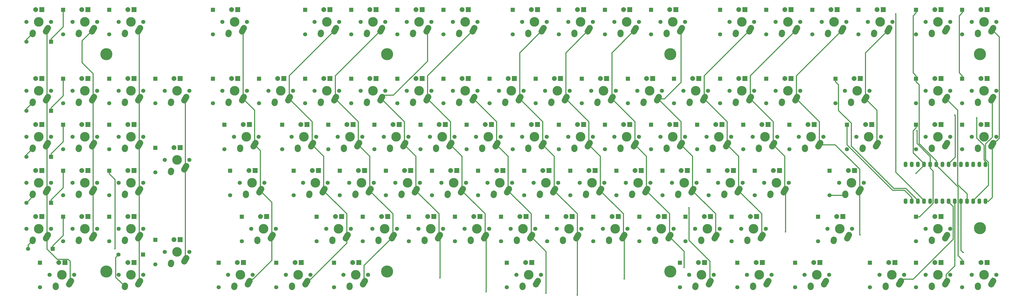
<source format=gbl>
G04 #@! TF.FileFunction,Copper,L2,Bot,Signal*
%FSLAX46Y46*%
G04 Gerber Fmt 4.6, Leading zero omitted, Abs format (unit mm)*
G04 Created by KiCad (PCBNEW 4.0.2-stable) date Monday, June 06, 2016 'PMt' 04:27:19 PM*
%MOMM*%
G01*
G04 APERTURE LIST*
%ADD10C,0.150000*%
%ADD11C,5.000000*%
%ADD12C,1.699260*%
%ADD13R,1.699260X1.699260*%
%ADD14C,3.987810*%
%ADD15C,1.701810*%
%ADD16C,2.500000*%
%ADD17R,2.000000X2.000000*%
%ADD18C,2.000000*%
%ADD19O,1.600000X2.300000*%
%ADD20C,0.609600*%
%ADD21C,0.381000*%
G04 APERTURE END LIST*
D10*
D11*
X299000000Y-132000000D03*
D12*
X286277540Y-119460520D03*
D13*
X286277540Y-109300520D03*
D11*
X427000000Y-42000000D03*
X299000000Y-42000000D03*
X427000000Y-114000000D03*
X182000000Y-132000000D03*
X182000000Y-42000000D03*
D12*
X419627540Y-138510520D03*
D13*
X419627540Y-128350520D03*
D14*
X428625000Y-133350000D03*
D15*
X433705000Y-133350000D03*
X423545000Y-133350000D03*
D16*
X431624547Y-137349954D02*
X432435453Y-135890046D01*
X426085276Y-138429328D02*
X426124724Y-137850672D01*
D17*
X429895000Y-128270000D03*
D18*
X427355000Y-128270000D03*
D12*
X400577540Y-138510520D03*
D13*
X400577540Y-128350520D03*
D14*
X409575000Y-133350000D03*
D15*
X414655000Y-133350000D03*
X404495000Y-133350000D03*
D16*
X412574547Y-137349954D02*
X413385453Y-135890046D01*
X407035276Y-138429328D02*
X407074724Y-137850672D01*
D17*
X410845000Y-128270000D03*
D18*
X408305000Y-128270000D03*
D12*
X381527540Y-138510520D03*
D13*
X381527540Y-128350520D03*
D14*
X390525000Y-133350000D03*
D15*
X395605000Y-133350000D03*
X385445000Y-133350000D03*
D16*
X393524547Y-137349954D02*
X394335453Y-135890046D01*
X387985276Y-138429328D02*
X388024724Y-137850672D01*
D17*
X391795000Y-128270000D03*
D18*
X389255000Y-128270000D03*
D12*
X350571290Y-138510520D03*
D13*
X350571290Y-128350520D03*
D14*
X359568750Y-133350000D03*
D15*
X364648750Y-133350000D03*
X354488750Y-133350000D03*
D16*
X362568297Y-137349954D02*
X363379203Y-135890046D01*
X357029026Y-138429328D02*
X357068474Y-137850672D01*
D17*
X360838750Y-128270000D03*
D18*
X358298750Y-128270000D03*
D12*
X326758790Y-138510520D03*
D13*
X326758790Y-128350520D03*
D14*
X335756250Y-133350000D03*
D15*
X340836250Y-133350000D03*
X330676250Y-133350000D03*
D16*
X338755797Y-137349954D02*
X339566703Y-135890046D01*
X333216526Y-138429328D02*
X333255974Y-137850672D01*
D17*
X337026250Y-128270000D03*
D18*
X334486250Y-128270000D03*
D12*
X303000000Y-138510520D03*
D13*
X303000000Y-128350520D03*
D14*
X311943750Y-133350000D03*
D15*
X317023750Y-133350000D03*
X306863750Y-133350000D03*
D16*
X314943297Y-137349954D02*
X315754203Y-135890046D01*
X309404026Y-138429328D02*
X309443474Y-137850672D01*
D17*
X313213750Y-128270000D03*
D18*
X310673750Y-128270000D03*
D12*
X231508790Y-138510520D03*
D13*
X231508790Y-128350520D03*
D14*
X240506250Y-133350000D03*
D15*
X245586250Y-133350000D03*
X235426250Y-133350000D03*
D16*
X243505797Y-137349954D02*
X244316703Y-135890046D01*
X237966526Y-138429328D02*
X238005974Y-137850672D01*
D17*
X241776250Y-128270000D03*
D18*
X239236250Y-128270000D03*
D12*
X160071290Y-138510520D03*
D13*
X160071290Y-128350520D03*
D14*
X169068750Y-133350000D03*
D15*
X174148750Y-133350000D03*
X163988750Y-133350000D03*
D16*
X172068297Y-137349954D02*
X172879203Y-135890046D01*
X166529026Y-138429328D02*
X166568474Y-137850672D01*
D17*
X170338750Y-128270000D03*
D18*
X167798750Y-128270000D03*
D12*
X136258790Y-138510520D03*
D13*
X136258790Y-128350520D03*
D14*
X145256250Y-133350000D03*
D15*
X150336250Y-133350000D03*
X140176250Y-133350000D03*
D16*
X148255797Y-137349954D02*
X149066703Y-135890046D01*
X142716526Y-138429328D02*
X142755974Y-137850672D01*
D17*
X146526250Y-128270000D03*
D18*
X143986250Y-128270000D03*
D12*
X112446290Y-138510520D03*
D13*
X112446290Y-128350520D03*
D14*
X121443750Y-133350000D03*
D15*
X126523750Y-133350000D03*
X116363750Y-133350000D03*
D16*
X124443297Y-137349954D02*
X125254203Y-135890046D01*
X118904026Y-138429328D02*
X118943474Y-137850672D01*
D17*
X122713750Y-128270000D03*
D18*
X120173750Y-128270000D03*
D12*
X71000000Y-125000000D03*
D13*
X81160000Y-125000000D03*
D14*
X76200000Y-133350000D03*
D15*
X81280000Y-133350000D03*
X71120000Y-133350000D03*
D16*
X79199547Y-137349954D02*
X80010453Y-135890046D01*
X73660276Y-138429328D02*
X73699724Y-137850672D01*
D17*
X77470000Y-128270000D03*
D18*
X74930000Y-128270000D03*
D12*
X38627540Y-138510520D03*
D13*
X38627540Y-128350520D03*
D14*
X47625000Y-133350000D03*
D15*
X52705000Y-133350000D03*
X42545000Y-133350000D03*
D16*
X50624547Y-137349954D02*
X51435453Y-135890046D01*
X45085276Y-138429328D02*
X45124724Y-137850672D01*
D17*
X48895000Y-128270000D03*
D18*
X46355000Y-128270000D03*
D12*
X400577540Y-119460520D03*
D13*
X400577540Y-109300520D03*
D14*
X409575000Y-114300000D03*
D15*
X414655000Y-114300000D03*
X404495000Y-114300000D03*
D16*
X412574547Y-118299954D02*
X413385453Y-116840046D01*
X407035276Y-119379328D02*
X407074724Y-118800672D01*
D17*
X410845000Y-109220000D03*
D18*
X408305000Y-109220000D03*
D12*
X360096290Y-119460520D03*
D13*
X360096290Y-109300520D03*
D14*
X369093750Y-114300000D03*
D15*
X374173750Y-114300000D03*
X364013750Y-114300000D03*
D16*
X372093297Y-118299954D02*
X372904203Y-116840046D01*
X366554026Y-119379328D02*
X366593474Y-118800672D01*
D17*
X370363750Y-109220000D03*
D18*
X367823750Y-109220000D03*
D12*
X324377540Y-119460520D03*
D13*
X324377540Y-109300520D03*
D14*
X333375000Y-114300000D03*
D15*
X338455000Y-114300000D03*
X328295000Y-114300000D03*
D16*
X336374547Y-118299954D02*
X337185453Y-116840046D01*
X330835276Y-119379328D02*
X330874724Y-118800672D01*
D17*
X334645000Y-109220000D03*
D18*
X332105000Y-109220000D03*
D12*
X305327540Y-119460520D03*
D13*
X305327540Y-109300520D03*
D14*
X314325000Y-114300000D03*
D15*
X319405000Y-114300000D03*
X309245000Y-114300000D03*
D16*
X317324547Y-118299954D02*
X318135453Y-116840046D01*
X311785276Y-119379328D02*
X311824724Y-118800672D01*
D17*
X315595000Y-109220000D03*
D18*
X313055000Y-109220000D03*
D14*
X295275000Y-114300000D03*
D15*
X300355000Y-114300000D03*
X290195000Y-114300000D03*
D16*
X298274547Y-118299954D02*
X299085453Y-116840046D01*
X292735276Y-119379328D02*
X292774724Y-118800672D01*
D17*
X296545000Y-109220000D03*
D18*
X294005000Y-109220000D03*
D12*
X267227540Y-119460520D03*
D13*
X267227540Y-109300520D03*
D14*
X276225000Y-114300000D03*
D15*
X281305000Y-114300000D03*
X271145000Y-114300000D03*
D16*
X279224547Y-118299954D02*
X280035453Y-116840046D01*
X273685276Y-119379328D02*
X273724724Y-118800672D01*
D17*
X277495000Y-109220000D03*
D18*
X274955000Y-109220000D03*
D12*
X248177540Y-119460520D03*
D13*
X248177540Y-109300520D03*
D14*
X257175000Y-114300000D03*
D15*
X262255000Y-114300000D03*
X252095000Y-114300000D03*
D16*
X260174547Y-118299954D02*
X260985453Y-116840046D01*
X254635276Y-119379328D02*
X254674724Y-118800672D01*
D17*
X258445000Y-109220000D03*
D18*
X255905000Y-109220000D03*
D12*
X229127540Y-119460520D03*
D13*
X229127540Y-109300520D03*
D14*
X238125000Y-114300000D03*
D15*
X243205000Y-114300000D03*
X233045000Y-114300000D03*
D16*
X241124547Y-118299954D02*
X241935453Y-116840046D01*
X235585276Y-119379328D02*
X235624724Y-118800672D01*
D17*
X239395000Y-109220000D03*
D18*
X236855000Y-109220000D03*
D12*
X210077540Y-119460520D03*
D13*
X210077540Y-109300520D03*
D14*
X219075000Y-114300000D03*
D15*
X224155000Y-114300000D03*
X213995000Y-114300000D03*
D16*
X222074547Y-118299954D02*
X222885453Y-116840046D01*
X216535276Y-119379328D02*
X216574724Y-118800672D01*
D17*
X220345000Y-109220000D03*
D18*
X217805000Y-109220000D03*
D12*
X191027540Y-119460520D03*
D13*
X191027540Y-109300520D03*
D14*
X200025000Y-114300000D03*
D15*
X205105000Y-114300000D03*
X194945000Y-114300000D03*
D16*
X203024547Y-118299954D02*
X203835453Y-116840046D01*
X197485276Y-119379328D02*
X197524724Y-118800672D01*
D17*
X201295000Y-109220000D03*
D18*
X198755000Y-109220000D03*
D12*
X171977540Y-119460520D03*
D13*
X171977540Y-109300520D03*
D14*
X180975000Y-114300000D03*
D15*
X186055000Y-114300000D03*
X175895000Y-114300000D03*
D16*
X183974547Y-118299954D02*
X184785453Y-116840046D01*
X178435276Y-119379328D02*
X178474724Y-118800672D01*
D17*
X182245000Y-109220000D03*
D18*
X179705000Y-109220000D03*
D12*
X152927540Y-119460520D03*
D13*
X152927540Y-109300520D03*
D14*
X161925000Y-114300000D03*
D15*
X167005000Y-114300000D03*
X156845000Y-114300000D03*
D16*
X164924547Y-118299954D02*
X165735453Y-116840046D01*
X159385276Y-119379328D02*
X159424724Y-118800672D01*
D17*
X163195000Y-109220000D03*
D18*
X160655000Y-109220000D03*
D12*
X121971290Y-119460520D03*
D13*
X121971290Y-109300520D03*
D14*
X130968750Y-114300000D03*
D15*
X136048750Y-114300000D03*
X125888750Y-114300000D03*
D16*
X133968297Y-118299954D02*
X134779203Y-116840046D01*
X128429026Y-119379328D02*
X128468474Y-118800672D01*
D17*
X132238750Y-109220000D03*
D18*
X129698750Y-109220000D03*
D12*
X86252540Y-128985520D03*
D13*
X86252540Y-118825520D03*
D14*
X95250000Y-123825000D03*
D15*
X100330000Y-123825000D03*
X90170000Y-123825000D03*
D16*
X98249547Y-127824954D02*
X99060453Y-126365046D01*
X92710276Y-128904328D02*
X92749724Y-128325672D01*
D17*
X96520000Y-118745000D03*
D18*
X93980000Y-118745000D03*
D12*
X67202540Y-119460520D03*
D13*
X67202540Y-109300520D03*
D14*
X76200000Y-114300000D03*
D15*
X81280000Y-114300000D03*
X71120000Y-114300000D03*
D16*
X79199547Y-118299954D02*
X80010453Y-116840046D01*
X73660276Y-119379328D02*
X73699724Y-118800672D01*
D17*
X77470000Y-109220000D03*
D18*
X74930000Y-109220000D03*
D12*
X48152540Y-119460520D03*
D13*
X48152540Y-109300520D03*
D14*
X57150000Y-114300000D03*
D15*
X62230000Y-114300000D03*
X52070000Y-114300000D03*
D16*
X60149547Y-118299954D02*
X60960453Y-116840046D01*
X54610276Y-119379328D02*
X54649724Y-118800672D01*
D17*
X58420000Y-109220000D03*
D18*
X55880000Y-109220000D03*
D12*
X33655000Y-122555000D03*
D13*
X43815000Y-122555000D03*
D14*
X38100000Y-114300000D03*
D15*
X43180000Y-114300000D03*
X33020000Y-114300000D03*
D16*
X41099547Y-118299954D02*
X41910453Y-116840046D01*
X35560276Y-119379328D02*
X35599724Y-118800672D01*
D17*
X39370000Y-109220000D03*
D18*
X36830000Y-109220000D03*
D12*
X364858790Y-100410520D03*
D13*
X364858790Y-90250520D03*
D14*
X373856250Y-95250000D03*
D15*
X378936250Y-95250000D03*
X368776250Y-95250000D03*
D16*
X376855797Y-99249954D02*
X377666703Y-97790046D01*
X371316526Y-100329328D02*
X371355974Y-99750672D01*
D17*
X375126250Y-90170000D03*
D18*
X372586250Y-90170000D03*
D12*
X333902540Y-100410520D03*
D13*
X333902540Y-90250520D03*
D14*
X342900000Y-95250000D03*
D15*
X347980000Y-95250000D03*
X337820000Y-95250000D03*
D16*
X345899547Y-99249954D02*
X346710453Y-97790046D01*
X340360276Y-100329328D02*
X340399724Y-99750672D01*
D17*
X344170000Y-90170000D03*
D18*
X341630000Y-90170000D03*
D12*
X314852540Y-100410520D03*
D13*
X314852540Y-90250520D03*
D14*
X323850000Y-95250000D03*
D15*
X328930000Y-95250000D03*
X318770000Y-95250000D03*
D16*
X326849547Y-99249954D02*
X327660453Y-97790046D01*
X321310276Y-100329328D02*
X321349724Y-99750672D01*
D17*
X325120000Y-90170000D03*
D18*
X322580000Y-90170000D03*
D12*
X295802540Y-100410520D03*
D13*
X295802540Y-90250520D03*
D14*
X304800000Y-95250000D03*
D15*
X309880000Y-95250000D03*
X299720000Y-95250000D03*
D16*
X307799547Y-99249954D02*
X308610453Y-97790046D01*
X302260276Y-100329328D02*
X302299724Y-99750672D01*
D17*
X306070000Y-90170000D03*
D18*
X303530000Y-90170000D03*
D12*
X276752540Y-100410520D03*
D13*
X276752540Y-90250520D03*
D14*
X285750000Y-95250000D03*
D15*
X290830000Y-95250000D03*
X280670000Y-95250000D03*
D16*
X288749547Y-99249954D02*
X289560453Y-97790046D01*
X283210276Y-100329328D02*
X283249724Y-99750672D01*
D17*
X287020000Y-90170000D03*
D18*
X284480000Y-90170000D03*
D12*
X257702540Y-100410520D03*
D13*
X257702540Y-90250520D03*
D14*
X266700000Y-95250000D03*
D15*
X271780000Y-95250000D03*
X261620000Y-95250000D03*
D16*
X269699547Y-99249954D02*
X270510453Y-97790046D01*
X264160276Y-100329328D02*
X264199724Y-99750672D01*
D17*
X267970000Y-90170000D03*
D18*
X265430000Y-90170000D03*
D12*
X238652540Y-100410520D03*
D13*
X238652540Y-90250520D03*
D14*
X247650000Y-95250000D03*
D15*
X252730000Y-95250000D03*
X242570000Y-95250000D03*
D16*
X250649547Y-99249954D02*
X251460453Y-97790046D01*
X245110276Y-100329328D02*
X245149724Y-99750672D01*
D17*
X248920000Y-90170000D03*
D18*
X246380000Y-90170000D03*
D12*
X219602540Y-100410520D03*
D13*
X219602540Y-90250520D03*
D14*
X228600000Y-95250000D03*
D15*
X233680000Y-95250000D03*
X223520000Y-95250000D03*
D16*
X231599547Y-99249954D02*
X232410453Y-97790046D01*
X226060276Y-100329328D02*
X226099724Y-99750672D01*
D17*
X229870000Y-90170000D03*
D18*
X227330000Y-90170000D03*
D12*
X200552540Y-100410520D03*
D13*
X200552540Y-90250520D03*
D14*
X209550000Y-95250000D03*
D15*
X214630000Y-95250000D03*
X204470000Y-95250000D03*
D16*
X212549547Y-99249954D02*
X213360453Y-97790046D01*
X207010276Y-100329328D02*
X207049724Y-99750672D01*
D17*
X210820000Y-90170000D03*
D18*
X208280000Y-90170000D03*
D12*
X181502540Y-100410520D03*
D13*
X181502540Y-90250520D03*
D14*
X190500000Y-95250000D03*
D15*
X195580000Y-95250000D03*
X185420000Y-95250000D03*
D16*
X193499547Y-99249954D02*
X194310453Y-97790046D01*
X187960276Y-100329328D02*
X187999724Y-99750672D01*
D17*
X191770000Y-90170000D03*
D18*
X189230000Y-90170000D03*
D12*
X162452540Y-100410520D03*
D13*
X162452540Y-90250520D03*
D14*
X171450000Y-95250000D03*
D15*
X176530000Y-95250000D03*
X166370000Y-95250000D03*
D16*
X174449547Y-99249954D02*
X175260453Y-97790046D01*
X168910276Y-100329328D02*
X168949724Y-99750672D01*
D17*
X172720000Y-90170000D03*
D18*
X170180000Y-90170000D03*
D12*
X143402540Y-100410520D03*
D13*
X143402540Y-90250520D03*
D14*
X152400000Y-95250000D03*
D15*
X157480000Y-95250000D03*
X147320000Y-95250000D03*
D16*
X155399547Y-99249954D02*
X156210453Y-97790046D01*
X149860276Y-100329328D02*
X149899724Y-99750672D01*
D17*
X153670000Y-90170000D03*
D18*
X151130000Y-90170000D03*
D12*
X117208790Y-100410520D03*
D13*
X117208790Y-90250520D03*
D14*
X126206250Y-95250000D03*
D15*
X131286250Y-95250000D03*
X121126250Y-95250000D03*
D16*
X129205797Y-99249954D02*
X130016703Y-97790046D01*
X123666526Y-100329328D02*
X123705974Y-99750672D01*
D17*
X127476250Y-90170000D03*
D18*
X124936250Y-90170000D03*
D12*
X67202540Y-100410520D03*
D13*
X67202540Y-90250520D03*
D14*
X76200000Y-95250000D03*
D15*
X81280000Y-95250000D03*
X71120000Y-95250000D03*
D16*
X79199547Y-99249954D02*
X80010453Y-97790046D01*
X73660276Y-100329328D02*
X73699724Y-99750672D01*
D17*
X77470000Y-90170000D03*
D18*
X74930000Y-90170000D03*
D12*
X48152540Y-100410520D03*
D13*
X48152540Y-90250520D03*
D14*
X57150000Y-95250000D03*
D15*
X62230000Y-95250000D03*
X52070000Y-95250000D03*
D16*
X60149547Y-99249954D02*
X60960453Y-97790046D01*
X54610276Y-100329328D02*
X54649724Y-99750672D01*
D17*
X58420000Y-90170000D03*
D18*
X55880000Y-90170000D03*
D12*
X33020000Y-103505000D03*
D13*
X43180000Y-103505000D03*
D14*
X38100000Y-95250000D03*
D15*
X43180000Y-95250000D03*
X33020000Y-95250000D03*
D16*
X41099547Y-99249954D02*
X41910453Y-97790046D01*
X35560276Y-100329328D02*
X35599724Y-99750672D01*
D17*
X39370000Y-90170000D03*
D18*
X36830000Y-90170000D03*
D12*
X419627540Y-81360520D03*
D13*
X419627540Y-71200520D03*
D14*
X428625000Y-76200000D03*
D15*
X433705000Y-76200000D03*
X423545000Y-76200000D03*
D16*
X431624547Y-80199954D02*
X432435453Y-78740046D01*
X426085276Y-81279328D02*
X426124724Y-80700672D01*
D17*
X429895000Y-71120000D03*
D18*
X427355000Y-71120000D03*
D12*
X400577540Y-81360520D03*
D13*
X400577540Y-71200520D03*
D14*
X409575000Y-76200000D03*
D15*
X414655000Y-76200000D03*
X404495000Y-76200000D03*
D16*
X412574547Y-80199954D02*
X413385453Y-78740046D01*
X407035276Y-81279328D02*
X407074724Y-80700672D01*
D17*
X410845000Y-71120000D03*
D18*
X408305000Y-71120000D03*
D12*
X372002540Y-81360520D03*
D13*
X372002540Y-71200520D03*
D14*
X381000000Y-76200000D03*
D15*
X386080000Y-76200000D03*
X375920000Y-76200000D03*
D16*
X383999547Y-80199954D02*
X384810453Y-78740046D01*
X378460276Y-81279328D02*
X378499724Y-80700672D01*
D17*
X382270000Y-71120000D03*
D18*
X379730000Y-71120000D03*
D12*
X348190040Y-81360520D03*
D13*
X348190040Y-71200520D03*
D14*
X357187500Y-76200000D03*
D15*
X362267500Y-76200000D03*
X352107500Y-76200000D03*
D16*
X360187047Y-80199954D02*
X360997953Y-78740046D01*
X354647776Y-81279328D02*
X354687224Y-80700672D01*
D17*
X358457500Y-71120000D03*
D18*
X355917500Y-71120000D03*
D12*
X329140040Y-81360520D03*
D13*
X329140040Y-71200520D03*
D14*
X338137500Y-76200000D03*
D15*
X343217500Y-76200000D03*
X333057500Y-76200000D03*
D16*
X341137047Y-80199954D02*
X341947953Y-78740046D01*
X335597776Y-81279328D02*
X335637224Y-80700672D01*
D17*
X339407500Y-71120000D03*
D18*
X336867500Y-71120000D03*
D12*
X310090040Y-81360520D03*
D13*
X310090040Y-71200520D03*
D14*
X319087500Y-76200000D03*
D15*
X324167500Y-76200000D03*
X314007500Y-76200000D03*
D16*
X322087047Y-80199954D02*
X322897953Y-78740046D01*
X316547776Y-81279328D02*
X316587224Y-80700672D01*
D17*
X320357500Y-71120000D03*
D18*
X317817500Y-71120000D03*
D12*
X291040040Y-81360520D03*
D13*
X291040040Y-71200520D03*
D14*
X300037500Y-76200000D03*
D15*
X305117500Y-76200000D03*
X294957500Y-76200000D03*
D16*
X303037047Y-80199954D02*
X303847953Y-78740046D01*
X297497776Y-81279328D02*
X297537224Y-80700672D01*
D17*
X301307500Y-71120000D03*
D18*
X298767500Y-71120000D03*
D12*
X271990040Y-81360520D03*
D13*
X271990040Y-71200520D03*
D14*
X280987500Y-76200000D03*
D15*
X286067500Y-76200000D03*
X275907500Y-76200000D03*
D16*
X283987047Y-80199954D02*
X284797953Y-78740046D01*
X278447776Y-81279328D02*
X278487224Y-80700672D01*
D17*
X282257500Y-71120000D03*
D18*
X279717500Y-71120000D03*
D12*
X252940040Y-81360520D03*
D13*
X252940040Y-71200520D03*
D14*
X261937500Y-76200000D03*
D15*
X267017500Y-76200000D03*
X256857500Y-76200000D03*
D16*
X264937047Y-80199954D02*
X265747953Y-78740046D01*
X259397776Y-81279328D02*
X259437224Y-80700672D01*
D17*
X263207500Y-71120000D03*
D18*
X260667500Y-71120000D03*
D12*
X233890040Y-81360520D03*
D13*
X233890040Y-71200520D03*
D14*
X242887500Y-76200000D03*
D15*
X247967500Y-76200000D03*
X237807500Y-76200000D03*
D16*
X245887047Y-80199954D02*
X246697953Y-78740046D01*
X240347776Y-81279328D02*
X240387224Y-80700672D01*
D17*
X244157500Y-71120000D03*
D18*
X241617500Y-71120000D03*
D12*
X214840040Y-81360520D03*
D13*
X214840040Y-71200520D03*
D14*
X223837500Y-76200000D03*
D15*
X228917500Y-76200000D03*
X218757500Y-76200000D03*
D16*
X226837047Y-80199954D02*
X227647953Y-78740046D01*
X221297776Y-81279328D02*
X221337224Y-80700672D01*
D17*
X225107500Y-71120000D03*
D18*
X222567500Y-71120000D03*
D12*
X195790040Y-81360520D03*
D13*
X195790040Y-71200520D03*
D14*
X204787500Y-76200000D03*
D15*
X209867500Y-76200000D03*
X199707500Y-76200000D03*
D16*
X207787047Y-80199954D02*
X208597953Y-78740046D01*
X202247776Y-81279328D02*
X202287224Y-80700672D01*
D17*
X206057500Y-71120000D03*
D18*
X203517500Y-71120000D03*
D12*
X176740040Y-81360520D03*
D13*
X176740040Y-71200520D03*
D14*
X185737500Y-76200000D03*
D15*
X190817500Y-76200000D03*
X180657500Y-76200000D03*
D16*
X188737047Y-80199954D02*
X189547953Y-78740046D01*
X183197776Y-81279328D02*
X183237224Y-80700672D01*
D17*
X187007500Y-71120000D03*
D18*
X184467500Y-71120000D03*
D12*
X157690040Y-81360520D03*
D13*
X157690040Y-71200520D03*
D14*
X166687500Y-76200000D03*
D15*
X171767500Y-76200000D03*
X161607500Y-76200000D03*
D16*
X169687047Y-80199954D02*
X170497953Y-78740046D01*
X164147776Y-81279328D02*
X164187224Y-80700672D01*
D17*
X167957500Y-71120000D03*
D18*
X165417500Y-71120000D03*
D12*
X138640040Y-81360520D03*
D13*
X138640040Y-71200520D03*
D14*
X147637500Y-76200000D03*
D15*
X152717500Y-76200000D03*
X142557500Y-76200000D03*
D16*
X150637047Y-80199954D02*
X151447953Y-78740046D01*
X145097776Y-81279328D02*
X145137224Y-80700672D01*
D17*
X148907500Y-71120000D03*
D18*
X146367500Y-71120000D03*
D12*
X114827540Y-81360520D03*
D13*
X114827540Y-71200520D03*
D14*
X123825000Y-76200000D03*
D15*
X128905000Y-76200000D03*
X118745000Y-76200000D03*
D16*
X126824547Y-80199954D02*
X127635453Y-78740046D01*
X121285276Y-81279328D02*
X121324724Y-80700672D01*
D17*
X125095000Y-71120000D03*
D18*
X122555000Y-71120000D03*
D12*
X86252540Y-90885520D03*
D13*
X86252540Y-80725520D03*
D14*
X95250000Y-85725000D03*
D15*
X100330000Y-85725000D03*
X90170000Y-85725000D03*
D16*
X98249547Y-89724954D02*
X99060453Y-88265046D01*
X92710276Y-90804328D02*
X92749724Y-90225672D01*
D17*
X96520000Y-80645000D03*
D18*
X93980000Y-80645000D03*
D12*
X67202540Y-81360520D03*
D13*
X67202540Y-71200520D03*
D14*
X76200000Y-76200000D03*
D15*
X81280000Y-76200000D03*
X71120000Y-76200000D03*
D16*
X79199547Y-80199954D02*
X80010453Y-78740046D01*
X73660276Y-81279328D02*
X73699724Y-80700672D01*
D17*
X77470000Y-71120000D03*
D18*
X74930000Y-71120000D03*
D12*
X48152540Y-81360520D03*
D13*
X48152540Y-71200520D03*
D14*
X57150000Y-76200000D03*
D15*
X62230000Y-76200000D03*
X52070000Y-76200000D03*
D16*
X60149547Y-80199954D02*
X60960453Y-78740046D01*
X54610276Y-81279328D02*
X54649724Y-80700672D01*
D17*
X58420000Y-71120000D03*
D18*
X55880000Y-71120000D03*
D12*
X33020000Y-84455000D03*
D13*
X43180000Y-84455000D03*
D14*
X38100000Y-76200000D03*
D15*
X43180000Y-76200000D03*
X33020000Y-76200000D03*
D16*
X41099547Y-80199954D02*
X41910453Y-78740046D01*
X35560276Y-81279328D02*
X35599724Y-80700672D01*
D17*
X39370000Y-71120000D03*
D18*
X36830000Y-71120000D03*
D12*
X419627540Y-62310520D03*
D13*
X419627540Y-52150520D03*
D14*
X428625000Y-57150000D03*
D15*
X433705000Y-57150000D03*
X423545000Y-57150000D03*
D16*
X431624547Y-61149954D02*
X432435453Y-59690046D01*
X426085276Y-62229328D02*
X426124724Y-61650672D01*
D17*
X429895000Y-52070000D03*
D18*
X427355000Y-52070000D03*
D12*
X400577540Y-62310520D03*
D13*
X400577540Y-52150520D03*
D14*
X409575000Y-57150000D03*
D15*
X414655000Y-57150000D03*
X404495000Y-57150000D03*
D16*
X412574547Y-61149954D02*
X413385453Y-59690046D01*
X407035276Y-62229328D02*
X407074724Y-61650672D01*
D17*
X410845000Y-52070000D03*
D18*
X408305000Y-52070000D03*
D12*
X367240040Y-62310520D03*
D13*
X367240040Y-52150520D03*
D14*
X376237500Y-57150000D03*
D15*
X381317500Y-57150000D03*
X371157500Y-57150000D03*
D16*
X379237047Y-61149954D02*
X380047953Y-59690046D01*
X373697776Y-62229328D02*
X373737224Y-61650672D01*
D17*
X377507500Y-52070000D03*
D18*
X374967500Y-52070000D03*
D12*
X338665040Y-62310520D03*
D13*
X338665040Y-52150520D03*
D14*
X347662500Y-57150000D03*
D15*
X352742500Y-57150000D03*
X342582500Y-57150000D03*
D16*
X350662047Y-61149954D02*
X351472953Y-59690046D01*
X345122776Y-62229328D02*
X345162224Y-61650672D01*
D17*
X348932500Y-52070000D03*
D18*
X346392500Y-52070000D03*
D12*
X319615040Y-62310520D03*
D13*
X319615040Y-52150520D03*
D14*
X328612500Y-57150000D03*
D15*
X333692500Y-57150000D03*
X323532500Y-57150000D03*
D16*
X331612047Y-61149954D02*
X332422953Y-59690046D01*
X326072776Y-62229328D02*
X326112224Y-61650672D01*
D17*
X329882500Y-52070000D03*
D18*
X327342500Y-52070000D03*
D12*
X300565040Y-62310520D03*
D13*
X300565040Y-52150520D03*
D14*
X309562500Y-57150000D03*
D15*
X314642500Y-57150000D03*
X304482500Y-57150000D03*
D16*
X312562047Y-61149954D02*
X313372953Y-59690046D01*
X307022776Y-62229328D02*
X307062224Y-61650672D01*
D17*
X310832500Y-52070000D03*
D18*
X308292500Y-52070000D03*
D12*
X281515040Y-62310520D03*
D13*
X281515040Y-52150520D03*
D14*
X290512500Y-57150000D03*
D15*
X295592500Y-57150000D03*
X285432500Y-57150000D03*
D16*
X293512047Y-61149954D02*
X294322953Y-59690046D01*
X287972776Y-62229328D02*
X288012224Y-61650672D01*
D17*
X291782500Y-52070000D03*
D18*
X289242500Y-52070000D03*
D12*
X262465040Y-62310520D03*
D13*
X262465040Y-52150520D03*
D14*
X271462500Y-57150000D03*
D15*
X276542500Y-57150000D03*
X266382500Y-57150000D03*
D16*
X274462047Y-61149954D02*
X275272953Y-59690046D01*
X268922776Y-62229328D02*
X268962224Y-61650672D01*
D17*
X272732500Y-52070000D03*
D18*
X270192500Y-52070000D03*
D12*
X243415040Y-62310520D03*
D13*
X243415040Y-52150520D03*
D14*
X252412500Y-57150000D03*
D15*
X257492500Y-57150000D03*
X247332500Y-57150000D03*
D16*
X255412047Y-61149954D02*
X256222953Y-59690046D01*
X249872776Y-62229328D02*
X249912224Y-61650672D01*
D17*
X253682500Y-52070000D03*
D18*
X251142500Y-52070000D03*
D12*
X224365040Y-62310520D03*
D13*
X224365040Y-52150520D03*
D14*
X233362500Y-57150000D03*
D15*
X238442500Y-57150000D03*
X228282500Y-57150000D03*
D16*
X236362047Y-61149954D02*
X237172953Y-59690046D01*
X230822776Y-62229328D02*
X230862224Y-61650672D01*
D17*
X234632500Y-52070000D03*
D18*
X232092500Y-52070000D03*
D12*
X205315040Y-62310520D03*
D13*
X205315040Y-52150520D03*
D14*
X214312500Y-57150000D03*
D15*
X219392500Y-57150000D03*
X209232500Y-57150000D03*
D16*
X217312047Y-61149954D02*
X218122953Y-59690046D01*
X211772776Y-62229328D02*
X211812224Y-61650672D01*
D17*
X215582500Y-52070000D03*
D18*
X213042500Y-52070000D03*
D12*
X186265040Y-62310520D03*
D13*
X186265040Y-52150520D03*
D14*
X195262500Y-57150000D03*
D15*
X200342500Y-57150000D03*
X190182500Y-57150000D03*
D16*
X198262047Y-61149954D02*
X199072953Y-59690046D01*
X192722776Y-62229328D02*
X192762224Y-61650672D01*
D17*
X196532500Y-52070000D03*
D18*
X193992500Y-52070000D03*
D12*
X167215040Y-62310520D03*
D13*
X167215040Y-52150520D03*
D14*
X176212500Y-57150000D03*
D15*
X181292500Y-57150000D03*
X171132500Y-57150000D03*
D16*
X179212047Y-61149954D02*
X180022953Y-59690046D01*
X173672776Y-62229328D02*
X173712224Y-61650672D01*
D17*
X177482500Y-52070000D03*
D18*
X174942500Y-52070000D03*
D12*
X148165040Y-62310520D03*
D13*
X148165040Y-52150520D03*
D14*
X157162500Y-57150000D03*
D15*
X162242500Y-57150000D03*
X152082500Y-57150000D03*
D16*
X160162047Y-61149954D02*
X160972953Y-59690046D01*
X154622776Y-62229328D02*
X154662224Y-61650672D01*
D17*
X158432500Y-52070000D03*
D18*
X155892500Y-52070000D03*
D12*
X129115040Y-62310520D03*
D13*
X129115040Y-52150520D03*
D14*
X138112500Y-57150000D03*
D15*
X143192500Y-57150000D03*
X133032500Y-57150000D03*
D16*
X141112047Y-61149954D02*
X141922953Y-59690046D01*
X135572776Y-62229328D02*
X135612224Y-61650672D01*
D17*
X139382500Y-52070000D03*
D18*
X136842500Y-52070000D03*
D12*
X110065040Y-62310520D03*
D13*
X110065040Y-52150520D03*
D14*
X119062500Y-57150000D03*
D15*
X124142500Y-57150000D03*
X113982500Y-57150000D03*
D16*
X122062047Y-61149954D02*
X122872953Y-59690046D01*
X116522776Y-62229328D02*
X116562224Y-61650672D01*
D17*
X120332500Y-52070000D03*
D18*
X117792500Y-52070000D03*
D12*
X86252540Y-62310520D03*
D13*
X86252540Y-52150520D03*
D14*
X95250000Y-57150000D03*
D15*
X100330000Y-57150000D03*
X90170000Y-57150000D03*
D16*
X98249547Y-61149954D02*
X99060453Y-59690046D01*
X92710276Y-62229328D02*
X92749724Y-61650672D01*
D17*
X96520000Y-52070000D03*
D18*
X93980000Y-52070000D03*
D12*
X67202540Y-62310520D03*
D13*
X67202540Y-52150520D03*
D14*
X76200000Y-57150000D03*
D15*
X81280000Y-57150000D03*
X71120000Y-57150000D03*
D16*
X79199547Y-61149954D02*
X80010453Y-59690046D01*
X73660276Y-62229328D02*
X73699724Y-61650672D01*
D17*
X77470000Y-52070000D03*
D18*
X74930000Y-52070000D03*
D12*
X48152540Y-62310520D03*
D13*
X48152540Y-52150520D03*
D14*
X57150000Y-57150000D03*
D15*
X62230000Y-57150000D03*
X52070000Y-57150000D03*
D16*
X60149547Y-61149954D02*
X60960453Y-59690046D01*
X54610276Y-62229328D02*
X54649724Y-61650672D01*
D17*
X58420000Y-52070000D03*
D18*
X55880000Y-52070000D03*
D12*
X33020000Y-65405000D03*
D13*
X43180000Y-65405000D03*
D14*
X38100000Y-57150000D03*
D15*
X43180000Y-57150000D03*
X33020000Y-57150000D03*
D16*
X41099547Y-61149954D02*
X41910453Y-59690046D01*
X35560276Y-62229328D02*
X35599724Y-61650672D01*
D17*
X39370000Y-52070000D03*
D18*
X36830000Y-52070000D03*
D12*
X419627540Y-33735520D03*
D13*
X419627540Y-23575520D03*
D14*
X428625000Y-28575000D03*
D15*
X433705000Y-28575000D03*
X423545000Y-28575000D03*
D16*
X431624547Y-32574954D02*
X432435453Y-31115046D01*
X426085276Y-33654328D02*
X426124724Y-33075672D01*
D17*
X429895000Y-23495000D03*
D18*
X427355000Y-23495000D03*
D12*
X400577540Y-33735520D03*
D13*
X400577540Y-23575520D03*
D14*
X409575000Y-28575000D03*
D15*
X414655000Y-28575000D03*
X404495000Y-28575000D03*
D16*
X412574547Y-32574954D02*
X413385453Y-31115046D01*
X407035276Y-33654328D02*
X407074724Y-33075672D01*
D17*
X410845000Y-23495000D03*
D18*
X408305000Y-23495000D03*
D12*
X376765040Y-33735520D03*
D13*
X376765040Y-23575520D03*
D14*
X385762500Y-28575000D03*
D15*
X390842500Y-28575000D03*
X380682500Y-28575000D03*
D16*
X388762047Y-32574954D02*
X389572953Y-31115046D01*
X383222776Y-33654328D02*
X383262224Y-33075672D01*
D17*
X387032500Y-23495000D03*
D18*
X384492500Y-23495000D03*
D12*
X357715040Y-33735520D03*
D13*
X357715040Y-23575520D03*
D14*
X366712500Y-28575000D03*
D15*
X371792500Y-28575000D03*
X361632500Y-28575000D03*
D16*
X369712047Y-32574954D02*
X370522953Y-31115046D01*
X364172776Y-33654328D02*
X364212224Y-33075672D01*
D17*
X367982500Y-23495000D03*
D18*
X365442500Y-23495000D03*
D12*
X338665040Y-33735520D03*
D13*
X338665040Y-23575520D03*
D14*
X347662500Y-28575000D03*
D15*
X352742500Y-28575000D03*
X342582500Y-28575000D03*
D16*
X350662047Y-32574954D02*
X351472953Y-31115046D01*
X345122776Y-33654328D02*
X345162224Y-33075672D01*
D17*
X348932500Y-23495000D03*
D18*
X346392500Y-23495000D03*
D12*
X319615040Y-33735520D03*
D13*
X319615040Y-23575520D03*
D14*
X328612500Y-28575000D03*
D15*
X333692500Y-28575000D03*
X323532500Y-28575000D03*
D16*
X331612047Y-32574954D02*
X332422953Y-31115046D01*
X326072776Y-33654328D02*
X326112224Y-33075672D01*
D17*
X329882500Y-23495000D03*
D18*
X327342500Y-23495000D03*
D12*
X291040040Y-33735520D03*
D13*
X291040040Y-23575520D03*
D14*
X300037500Y-28575000D03*
D15*
X305117500Y-28575000D03*
X294957500Y-28575000D03*
D16*
X303037047Y-32574954D02*
X303847953Y-31115046D01*
X297497776Y-33654328D02*
X297537224Y-33075672D01*
D17*
X301307500Y-23495000D03*
D18*
X298767500Y-23495000D03*
D12*
X271990040Y-33735520D03*
D13*
X271990040Y-23575520D03*
D14*
X280987500Y-28575000D03*
D15*
X286067500Y-28575000D03*
X275907500Y-28575000D03*
D16*
X283987047Y-32574954D02*
X284797953Y-31115046D01*
X278447776Y-33654328D02*
X278487224Y-33075672D01*
D17*
X282257500Y-23495000D03*
D18*
X279717500Y-23495000D03*
D12*
X252940040Y-33735520D03*
D13*
X252940040Y-23575520D03*
D14*
X261937500Y-28575000D03*
D15*
X267017500Y-28575000D03*
X256857500Y-28575000D03*
D16*
X264937047Y-32574954D02*
X265747953Y-31115046D01*
X259397776Y-33654328D02*
X259437224Y-33075672D01*
D17*
X263207500Y-23495000D03*
D18*
X260667500Y-23495000D03*
D12*
X233890040Y-33735520D03*
D13*
X233890040Y-23575520D03*
D14*
X242887500Y-28575000D03*
D15*
X247967500Y-28575000D03*
X237807500Y-28575000D03*
D16*
X245887047Y-32574954D02*
X246697953Y-31115046D01*
X240347776Y-33654328D02*
X240387224Y-33075672D01*
D17*
X244157500Y-23495000D03*
D18*
X241617500Y-23495000D03*
D12*
X205315040Y-33735520D03*
D13*
X205315040Y-23575520D03*
D14*
X214312500Y-28575000D03*
D15*
X219392500Y-28575000D03*
X209232500Y-28575000D03*
D16*
X217312047Y-32574954D02*
X218122953Y-31115046D01*
X211772776Y-33654328D02*
X211812224Y-33075672D01*
D17*
X215582500Y-23495000D03*
D18*
X213042500Y-23495000D03*
D12*
X186265040Y-33735520D03*
D13*
X186265040Y-23575520D03*
D14*
X195262500Y-28575000D03*
D15*
X200342500Y-28575000D03*
X190182500Y-28575000D03*
D16*
X198262047Y-32574954D02*
X199072953Y-31115046D01*
X192722776Y-33654328D02*
X192762224Y-33075672D01*
D17*
X196532500Y-23495000D03*
D18*
X193992500Y-23495000D03*
D12*
X167215040Y-33735520D03*
D13*
X167215040Y-23575520D03*
D14*
X176212500Y-28575000D03*
D15*
X181292500Y-28575000D03*
X171132500Y-28575000D03*
D16*
X179212047Y-32574954D02*
X180022953Y-31115046D01*
X173672776Y-33654328D02*
X173712224Y-33075672D01*
D17*
X177482500Y-23495000D03*
D18*
X174942500Y-23495000D03*
D12*
X148165040Y-33735520D03*
D13*
X148165040Y-23575520D03*
D14*
X157162500Y-28575000D03*
D15*
X162242500Y-28575000D03*
X152082500Y-28575000D03*
D16*
X160162047Y-32574954D02*
X160972953Y-31115046D01*
X154622776Y-33654328D02*
X154662224Y-33075672D01*
D17*
X158432500Y-23495000D03*
D18*
X155892500Y-23495000D03*
D12*
X110065040Y-33735520D03*
D13*
X110065040Y-23575520D03*
D14*
X119062500Y-28575000D03*
D15*
X124142500Y-28575000D03*
X113982500Y-28575000D03*
D16*
X122062047Y-32574954D02*
X122872953Y-31115046D01*
X116522776Y-33654328D02*
X116562224Y-33075672D01*
D17*
X120332500Y-23495000D03*
D18*
X117792500Y-23495000D03*
D12*
X67202540Y-33735520D03*
D13*
X67202540Y-23575520D03*
D14*
X76200000Y-28575000D03*
D15*
X81280000Y-28575000D03*
X71120000Y-28575000D03*
D16*
X79199547Y-32574954D02*
X80010453Y-31115046D01*
X73660276Y-33654328D02*
X73699724Y-33075672D01*
D17*
X77470000Y-23495000D03*
D18*
X74930000Y-23495000D03*
D12*
X48152540Y-33735520D03*
D13*
X48152540Y-23575520D03*
D14*
X57150000Y-28575000D03*
D15*
X62230000Y-28575000D03*
X52070000Y-28575000D03*
D16*
X60149547Y-32574954D02*
X60960453Y-31115046D01*
X54610276Y-33654328D02*
X54649724Y-33075672D01*
D17*
X58420000Y-23495000D03*
D18*
X55880000Y-23495000D03*
D12*
X33020000Y-36830000D03*
D13*
X43180000Y-36830000D03*
D14*
X38100000Y-28575000D03*
D15*
X43180000Y-28575000D03*
X33020000Y-28575000D03*
D16*
X41099547Y-32574954D02*
X41910453Y-31115046D01*
X35560276Y-33654328D02*
X35599724Y-33075672D01*
D17*
X39370000Y-23495000D03*
D18*
X36830000Y-23495000D03*
D19*
X396240000Y-102870000D03*
X398780000Y-102870000D03*
X401320000Y-102870000D03*
X403860000Y-102870000D03*
X406400000Y-102870000D03*
X408940000Y-102870000D03*
X411480000Y-102870000D03*
X414020000Y-102870000D03*
X416560000Y-102870000D03*
X419100000Y-102870000D03*
X421640000Y-102870000D03*
X424180000Y-102870000D03*
X426720000Y-102870000D03*
X429260000Y-102870000D03*
X429260000Y-87630000D03*
X426720000Y-87630000D03*
X424180000Y-87630000D03*
X421640000Y-87630000D03*
X419100000Y-87630000D03*
X416560000Y-87630000D03*
X414020000Y-87630000D03*
X411480000Y-87630000D03*
X408940000Y-87630000D03*
X406400000Y-87630000D03*
X403860000Y-87630000D03*
X401320000Y-87630000D03*
X398780000Y-87630000D03*
X396240000Y-87630000D03*
D11*
X66000000Y-132000000D03*
X66000000Y-42000000D03*
D20*
X392176000Y-25273000D03*
X400558000Y-91313000D03*
X69596000Y-122555000D03*
X400939000Y-73660000D03*
X306705000Y-105537000D03*
X222885000Y-140335000D03*
X247650000Y-140970000D03*
X187452000Y-68254500D03*
X425577000Y-68326000D03*
X203835000Y-134620000D03*
X377444000Y-116840000D03*
X260604000Y-141732000D03*
X280000000Y-135000000D03*
X304673000Y-130302000D03*
X420000000Y-124079000D03*
X346583000Y-115570000D03*
X416560000Y-67183000D03*
D21*
X35580000Y-33365000D02*
X33020000Y-35925000D01*
X33020000Y-35925000D02*
X33020000Y-36830000D01*
X403860000Y-102870000D02*
X403860000Y-102520000D01*
X403860000Y-102520000D02*
X392176000Y-90836000D01*
X392176000Y-90836000D02*
X392176000Y-25273000D01*
X43180000Y-36830000D02*
X43180000Y-35599370D01*
X43180000Y-35599370D02*
X48152540Y-30626830D01*
X48152540Y-30626830D02*
X48152540Y-24806150D01*
X48152540Y-24806150D02*
X48152540Y-23575520D01*
X408940000Y-87630000D02*
X408940000Y-87980000D01*
X408940000Y-87980000D02*
X417906290Y-96946290D01*
X417906290Y-96946290D02*
X417906290Y-125398640D01*
X417906290Y-125398640D02*
X419627540Y-127119890D01*
X419627540Y-127119890D02*
X419627540Y-128350520D01*
X408940000Y-87630000D02*
X408940000Y-86099000D01*
X408940000Y-86099000D02*
X401820871Y-78979871D01*
X401820871Y-78979871D02*
X401820871Y-54624481D01*
X401820871Y-54624481D02*
X400577540Y-53381150D01*
X400577540Y-53381150D02*
X400577540Y-52150520D01*
X419627540Y-52150520D02*
X419627540Y-50919890D01*
X419627540Y-50919890D02*
X418384209Y-49676559D01*
X418384209Y-49676559D02*
X418384209Y-26049481D01*
X418384209Y-26049481D02*
X419627540Y-24806150D01*
X419627540Y-24806150D02*
X419627540Y-23575520D01*
X400577540Y-52150520D02*
X400577540Y-50919890D01*
X400577540Y-50919890D02*
X399334209Y-49676559D01*
X399334209Y-49676559D02*
X399334209Y-26049481D01*
X399334209Y-26049481D02*
X400577540Y-24806150D01*
X400577540Y-24806150D02*
X400577540Y-23575520D01*
X35580000Y-61940000D02*
X33020000Y-64500000D01*
X33020000Y-64500000D02*
X33020000Y-65405000D01*
X367240040Y-52150520D02*
X367240040Y-53381150D01*
X367240040Y-53381150D02*
X368483371Y-54624481D01*
X368483371Y-54624481D02*
X368483371Y-65273429D01*
X368483371Y-65273429D02*
X373761000Y-70551058D01*
X373761000Y-70551058D02*
X373761000Y-80010000D01*
X373761000Y-80010000D02*
X391287000Y-97536000D01*
X391287000Y-97536000D02*
X396336000Y-97536000D01*
X396336000Y-97536000D02*
X401320000Y-102520000D01*
X401320000Y-102520000D02*
X401320000Y-102870000D01*
X43180000Y-65405000D02*
X43180000Y-64174370D01*
X43180000Y-64174370D02*
X48152540Y-59201830D01*
X48152540Y-59201830D02*
X48152540Y-53381150D01*
X48152540Y-53381150D02*
X48152540Y-52150520D01*
X35580000Y-80990000D02*
X33020000Y-83550000D01*
X33020000Y-83550000D02*
X33020000Y-84455000D01*
X43180000Y-84455000D02*
X43180000Y-83224370D01*
X43180000Y-83224370D02*
X48152540Y-78251830D01*
X48152540Y-78251830D02*
X48152540Y-72431150D01*
X48152540Y-72431150D02*
X48152540Y-71200520D01*
X390780151Y-98298000D02*
X372002540Y-79520389D01*
X398780000Y-102870000D02*
X398780000Y-101339000D01*
X398780000Y-101339000D02*
X395739000Y-98298000D01*
X395739000Y-98298000D02*
X390780151Y-98298000D01*
X372002540Y-79520389D02*
X372002540Y-72431150D01*
X372002540Y-72431150D02*
X372002540Y-71200520D01*
X403860000Y-87630000D02*
X403860000Y-87980000D01*
X403860000Y-87980000D02*
X400558000Y-91282000D01*
X400558000Y-91282000D02*
X400558000Y-91313000D01*
X400577540Y-71200520D02*
X400577540Y-72431150D01*
X400577540Y-72431150D02*
X399334209Y-73674481D01*
X399334209Y-73674481D02*
X399334209Y-82754209D01*
X399334209Y-82754209D02*
X403860000Y-87280000D01*
X403860000Y-87280000D02*
X403860000Y-87630000D01*
X67202540Y-90250520D02*
X67202540Y-91481150D01*
X67202540Y-91481150D02*
X69596000Y-93874610D01*
X69596000Y-93874610D02*
X69596000Y-122555000D01*
X43180000Y-103505000D02*
X43180000Y-102274370D01*
X43180000Y-102274370D02*
X48152540Y-97301830D01*
X48152540Y-91481150D02*
X48152540Y-90250520D01*
X48152540Y-97301830D02*
X48152540Y-91481150D01*
X406400000Y-87630000D02*
X406400000Y-84385196D01*
X406400000Y-84385196D02*
X400939000Y-78924196D01*
X400939000Y-78924196D02*
X400939000Y-73660000D01*
X406400000Y-87630000D02*
X406400000Y-89161000D01*
X406400000Y-89161000D02*
X407593710Y-90354710D01*
X407593710Y-90354710D02*
X407593710Y-103714450D01*
X407593710Y-103714450D02*
X402007640Y-109300520D01*
X402007640Y-109300520D02*
X401808170Y-109300520D01*
X401808170Y-109300520D02*
X400577540Y-109300520D01*
X43815000Y-122555000D02*
X43815000Y-121324370D01*
X43815000Y-121324370D02*
X48152540Y-116986830D01*
X48152540Y-116986830D02*
X48152540Y-110531150D01*
X48152540Y-110531150D02*
X48152540Y-109300520D01*
X33020000Y-103505000D02*
X35580000Y-100945000D01*
X35580000Y-100945000D02*
X35580000Y-100040000D01*
X364858790Y-100410520D02*
X370965730Y-100410520D01*
X370965730Y-100410520D02*
X371336250Y-100040000D01*
X35580000Y-119090000D02*
X33655000Y-121015000D01*
X33655000Y-121015000D02*
X33655000Y-122555000D01*
X71000000Y-125000000D02*
X69875394Y-126124606D01*
X69875394Y-126124606D02*
X69875394Y-134335394D01*
X69875394Y-134335394D02*
X72605468Y-137065468D01*
X72605468Y-137065468D02*
X73680000Y-138140000D01*
X411480000Y-87630000D02*
X411480000Y-87280000D01*
X41505000Y-117570000D02*
X41505000Y-122652922D01*
X51030000Y-127696338D02*
X51030000Y-134610822D01*
X41505000Y-122652922D02*
X45728377Y-126876299D01*
X45728377Y-126876299D02*
X50209961Y-126876299D01*
X50209961Y-126876299D02*
X51030000Y-127696338D01*
X51030000Y-134610822D02*
X51030000Y-136620000D01*
X41505000Y-31845000D02*
X41505000Y-60420000D01*
X41505000Y-98520000D02*
X41505000Y-114467018D01*
X41505000Y-114467018D02*
X41505000Y-117570000D01*
X41505000Y-79470000D02*
X41505000Y-60420000D01*
X41505000Y-98520000D02*
X41505000Y-79470000D01*
X79605000Y-136620000D02*
X79605000Y-117570000D01*
X79605000Y-98520000D02*
X79605000Y-79470000D01*
X79605000Y-117570000D02*
X79605000Y-98520000D01*
X79605000Y-60420000D02*
X79605000Y-79470000D01*
X79605000Y-31845000D02*
X79605000Y-60420000D01*
X172473750Y-136620000D02*
X172473750Y-129476250D01*
X172473750Y-129476250D02*
X184380000Y-117570000D01*
X160567500Y-50895000D02*
X179617500Y-31845000D01*
X160567500Y-60420000D02*
X160567500Y-50895000D01*
X184380000Y-117570000D02*
X184380000Y-108045000D01*
X184380000Y-108045000D02*
X174855000Y-98520000D01*
X174855000Y-98520000D02*
X174855000Y-84232500D01*
X174855000Y-84232500D02*
X170092500Y-79470000D01*
X170092500Y-79470000D02*
X170092500Y-69945000D01*
X170092500Y-69945000D02*
X160567500Y-60420000D01*
X198667500Y-60420000D02*
X198667500Y-50895000D01*
X198667500Y-50895000D02*
X217717500Y-31845000D01*
X306705000Y-105537000D02*
X306705000Y-119052588D01*
X306705000Y-119052588D02*
X315348750Y-127696338D01*
X315348750Y-127696338D02*
X315348750Y-134610822D01*
X315348750Y-134610822D02*
X315348750Y-136620000D01*
X406400000Y-102870000D02*
X406400000Y-103220000D01*
X222885000Y-140335000D02*
X222885000Y-117975000D01*
X222885000Y-117975000D02*
X222480000Y-117570000D01*
X212955000Y-98520000D02*
X212955000Y-84232500D01*
X212955000Y-84232500D02*
X208192500Y-79470000D01*
X222480000Y-117570000D02*
X222480000Y-108045000D01*
X222480000Y-108045000D02*
X212955000Y-98520000D01*
X208192500Y-79470000D02*
X208192500Y-69945000D01*
X208192500Y-69945000D02*
X198667500Y-60420000D01*
X141517500Y-60420000D02*
X141517500Y-50895000D01*
X141517500Y-50895000D02*
X160567500Y-31845000D01*
X151042500Y-79470000D02*
X151042500Y-69945000D01*
X151042500Y-69945000D02*
X141517500Y-60420000D01*
X155805000Y-98520000D02*
X155805000Y-84232500D01*
X155805000Y-84232500D02*
X151042500Y-79470000D01*
X165330000Y-117570000D02*
X165330000Y-108045000D01*
X165330000Y-108045000D02*
X155805000Y-98520000D01*
X148661250Y-136620000D02*
X150165440Y-135115810D01*
X150165440Y-135115810D02*
X150412458Y-135115810D01*
X150412458Y-135115810D02*
X165330000Y-120198268D01*
X165330000Y-120198268D02*
X165330000Y-119579178D01*
X165330000Y-119579178D02*
X165330000Y-117570000D01*
X379642500Y-60420000D02*
X379642500Y-41370000D01*
X379642500Y-41370000D02*
X389167500Y-31845000D01*
X429260000Y-102870000D02*
X430441000Y-102870000D01*
X430441000Y-102870000D02*
X432030000Y-101281000D01*
X432030000Y-101281000D02*
X432030000Y-81479178D01*
X432030000Y-81479178D02*
X432030000Y-79470000D01*
X432030000Y-79470000D02*
X433534190Y-77965810D01*
X433534190Y-77965810D02*
X433781208Y-77965810D01*
X433781208Y-77965810D02*
X434949606Y-76797412D01*
X434949606Y-76797412D02*
X434949606Y-34764606D01*
X434949606Y-34764606D02*
X433019984Y-32834984D01*
X433019984Y-32834984D02*
X432030000Y-31845000D01*
X384405000Y-79470000D02*
X384405000Y-65182500D01*
X384405000Y-65182500D02*
X379642500Y-60420000D01*
X408940000Y-102870000D02*
X408940000Y-103220000D01*
X247650000Y-140970000D02*
X247650000Y-123690000D01*
X247650000Y-123690000D02*
X241530000Y-117570000D01*
X227242500Y-79470000D02*
X227242500Y-69945000D01*
X227242500Y-69945000D02*
X217717500Y-60420000D01*
X232005000Y-98520000D02*
X232005000Y-84232500D01*
X232005000Y-84232500D02*
X227242500Y-79470000D01*
X241530000Y-117570000D02*
X241530000Y-108045000D01*
X241530000Y-108045000D02*
X232005000Y-98520000D01*
X124848750Y-136620000D02*
X126352940Y-135115810D01*
X126352940Y-135115810D02*
X126599958Y-135115810D01*
X134373750Y-127342018D02*
X134373750Y-119579178D01*
X134373750Y-119579178D02*
X134373750Y-117570000D01*
X126599958Y-135115810D02*
X134373750Y-127342018D01*
X134373750Y-117570000D02*
X134373750Y-103282500D01*
X134373750Y-103282500D02*
X129611250Y-98520000D01*
X129611250Y-98520000D02*
X129611250Y-81851250D01*
X129611250Y-81851250D02*
X127230000Y-79470000D01*
X127230000Y-79470000D02*
X127230000Y-65182500D01*
X127230000Y-65182500D02*
X122467500Y-60420000D01*
X122467500Y-31845000D02*
X122467500Y-60420000D01*
X184584190Y-58915810D02*
X198667500Y-44832500D01*
X198667500Y-44832500D02*
X198667500Y-31845000D01*
X179617500Y-60420000D02*
X181121690Y-58915810D01*
X181121690Y-58915810D02*
X184584190Y-58915810D01*
X189142500Y-69945000D02*
X187452000Y-68254500D01*
X187452000Y-68254500D02*
X179617500Y-60420000D01*
X425577000Y-68580000D02*
X425577000Y-68326000D01*
X425577000Y-76685658D02*
X425577000Y-68580000D01*
X428625000Y-85783036D02*
X428625000Y-79733658D01*
X428625000Y-79733658D02*
X425577000Y-76685658D01*
X429260000Y-87630000D02*
X429260000Y-86418036D01*
X429260000Y-86418036D02*
X428625000Y-85783036D01*
X203835000Y-134620000D02*
X203835000Y-117975000D01*
X203835000Y-117975000D02*
X203430000Y-117570000D01*
X203430000Y-117570000D02*
X203430000Y-108045000D01*
X203430000Y-108045000D02*
X193905000Y-98520000D01*
X193905000Y-98520000D02*
X193905000Y-84232500D01*
X193905000Y-84232500D02*
X189142500Y-79470000D01*
X189142500Y-79470000D02*
X189142500Y-69945000D01*
X377261250Y-98520000D02*
X377261250Y-116657250D01*
X377261250Y-116657250D02*
X377444000Y-116840000D01*
X377261250Y-98520000D02*
X377261250Y-89596338D01*
X377261250Y-89596338D02*
X367134912Y-79470000D01*
X367134912Y-79470000D02*
X362122385Y-79470000D01*
X362122385Y-79470000D02*
X360592500Y-79470000D01*
X360592500Y-79470000D02*
X360592500Y-69945000D01*
X360592500Y-69945000D02*
X351067500Y-60420000D01*
X351067500Y-60420000D02*
X351067500Y-50895000D01*
X351067500Y-50895000D02*
X370117500Y-31845000D01*
X98655000Y-60420000D02*
X98655000Y-88995000D01*
X98655000Y-127095000D02*
X98655000Y-88995000D01*
X236767500Y-60420000D02*
X236767500Y-41370000D01*
X236767500Y-41370000D02*
X246292500Y-31845000D01*
X411480000Y-103220000D02*
X411480000Y-102870000D01*
X260580000Y-117570000D02*
X260580000Y-141708000D01*
X260580000Y-141708000D02*
X260604000Y-141732000D01*
X251055000Y-98520000D02*
X251055000Y-84232500D01*
X251055000Y-84232500D02*
X246292500Y-79470000D01*
X260580000Y-117570000D02*
X260580000Y-108045000D01*
X260580000Y-108045000D02*
X251055000Y-98520000D01*
X246292500Y-79470000D02*
X246292500Y-69945000D01*
X246292500Y-69945000D02*
X236767500Y-60420000D01*
X255817500Y-60420000D02*
X255817500Y-41370000D01*
X255817500Y-41370000D02*
X265342500Y-31845000D01*
X280000000Y-135000000D02*
X280000000Y-117940000D01*
X280000000Y-117940000D02*
X279630000Y-117570000D01*
X393930000Y-136620000D02*
X395434190Y-135115810D01*
X395434190Y-135115810D02*
X399396512Y-135115810D01*
X399396512Y-135115810D02*
X415899606Y-118612716D01*
X415899606Y-118612716D02*
X415899606Y-105099606D01*
X415899606Y-105099606D02*
X414020000Y-103220000D01*
X414020000Y-103220000D02*
X414020000Y-102870000D01*
X279654000Y-117594000D02*
X279630000Y-117570000D01*
X279630000Y-117570000D02*
X279630000Y-108045000D01*
X279630000Y-108045000D02*
X270105000Y-98520000D01*
X265342500Y-79470000D02*
X265342500Y-69945000D01*
X265342500Y-69945000D02*
X255817500Y-60420000D01*
X270105000Y-98520000D02*
X270105000Y-84232500D01*
X270105000Y-84232500D02*
X265342500Y-79470000D01*
X298680000Y-117570000D02*
X304673000Y-123563000D01*
X304673000Y-123563000D02*
X304673000Y-130302000D01*
X274867500Y-60420000D02*
X274867500Y-41370000D01*
X274867500Y-41370000D02*
X284392500Y-31845000D01*
X416560000Y-102870000D02*
X416560000Y-129602982D01*
X416560000Y-129602982D02*
X412980000Y-133182982D01*
X412980000Y-133182982D02*
X412980000Y-134610822D01*
X412980000Y-134610822D02*
X412980000Y-136620000D01*
X298704000Y-117594000D02*
X298680000Y-117570000D01*
X298680000Y-117570000D02*
X298680000Y-108045000D01*
X298680000Y-108045000D02*
X289155000Y-98520000D01*
X289155000Y-98520000D02*
X289155000Y-84232500D01*
X289155000Y-84232500D02*
X284392500Y-79470000D01*
X284392500Y-79470000D02*
X284392500Y-69945000D01*
X284392500Y-69945000D02*
X274867500Y-60420000D01*
X296580000Y-60420000D02*
X303442500Y-53557500D01*
X303442500Y-53557500D02*
X303442500Y-31845000D01*
X293917500Y-60420000D02*
X296580000Y-60420000D01*
X419100000Y-102870000D02*
X419100000Y-123179000D01*
X419100000Y-123179000D02*
X420000000Y-124079000D01*
X419100000Y-102870000D02*
X419100000Y-103220000D01*
X419100000Y-103220000D02*
X419000000Y-103320000D01*
X432030000Y-134610822D02*
X432030000Y-136620000D01*
X317730000Y-117570000D02*
X317730000Y-108045000D01*
X317730000Y-108045000D02*
X308205000Y-98520000D01*
X308205000Y-98520000D02*
X308205000Y-84232500D01*
X308205000Y-84232500D02*
X303442500Y-79470000D01*
X303442500Y-79470000D02*
X303442500Y-69945000D01*
X303442500Y-69945000D02*
X293917500Y-60420000D01*
X413969984Y-61409984D02*
X412980000Y-60420000D01*
X417753710Y-65193710D02*
X413969984Y-61409984D01*
X417753710Y-95967512D02*
X417753710Y-65193710D01*
X421640000Y-102870000D02*
X421640000Y-99853802D01*
X421640000Y-99853802D02*
X417753710Y-95967512D01*
X312967500Y-60420000D02*
X312967500Y-50895000D01*
X312967500Y-50895000D02*
X332017500Y-31845000D01*
X322492500Y-79470000D02*
X322492500Y-69945000D01*
X322492500Y-69945000D02*
X312967500Y-60420000D01*
X327255000Y-98520000D02*
X327255000Y-84232500D01*
X327255000Y-84232500D02*
X322492500Y-79470000D01*
X336780000Y-117570000D02*
X336780000Y-108045000D01*
X336780000Y-108045000D02*
X327255000Y-98520000D01*
X346583000Y-115570000D02*
X346583000Y-98798000D01*
X346583000Y-98798000D02*
X346305000Y-98520000D01*
X429260000Y-79098658D02*
X429260000Y-85591840D01*
X429260000Y-85591840D02*
X430453710Y-86785550D01*
X430453710Y-86785550D02*
X430453710Y-96246290D01*
X430453710Y-96246290D02*
X424180000Y-102520000D01*
X424180000Y-102520000D02*
X424180000Y-102870000D01*
X432030000Y-60420000D02*
X432030000Y-76328658D01*
X432030000Y-76328658D02*
X429260000Y-79098658D01*
X341542500Y-79470000D02*
X341542500Y-69945000D01*
X341542500Y-69945000D02*
X333007484Y-61409984D01*
X333007484Y-61409984D02*
X332017500Y-60420000D01*
X346305000Y-98520000D02*
X346305000Y-84232500D01*
X346305000Y-84232500D02*
X341542500Y-79470000D01*
X332017500Y-60420000D02*
X332017500Y-50895000D01*
X332017500Y-50895000D02*
X351067500Y-31845000D01*
X416687000Y-84613000D02*
X416687000Y-67310000D01*
X416687000Y-67310000D02*
X416560000Y-67183000D01*
X414020000Y-87630000D02*
X414020000Y-87280000D01*
X414020000Y-87280000D02*
X416687000Y-84613000D01*
X60555000Y-60420000D02*
X60555000Y-50000000D01*
X56000000Y-36400000D02*
X56000000Y-45445000D01*
X56000000Y-45445000D02*
X60555000Y-50000000D01*
X60555000Y-31845000D02*
X56000000Y-36400000D01*
X60555000Y-117570000D02*
X60555000Y-98520000D01*
X60555000Y-79470000D02*
X60555000Y-95417018D01*
X60555000Y-95417018D02*
X60555000Y-98520000D01*
X60555000Y-79470000D02*
X60555000Y-76032982D01*
X60555000Y-76032982D02*
X60555000Y-60420000D01*
M02*

</source>
